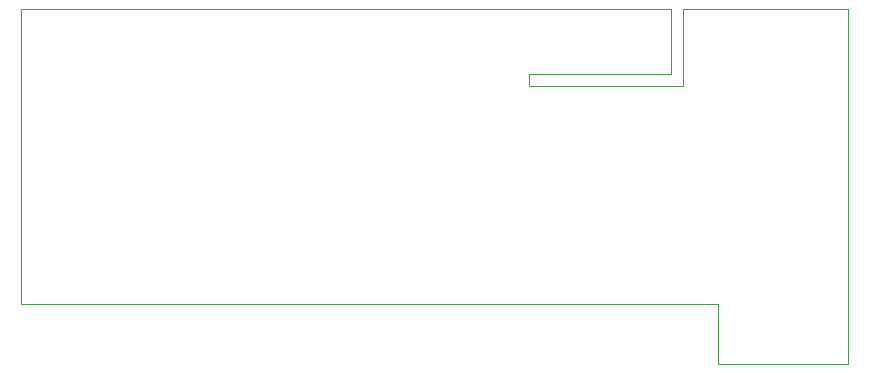
<source format=gm1>
G04*
G04 #@! TF.GenerationSoftware,Altium Limited,Altium Designer,25.8.1 (18)*
G04*
G04 Layer_Color=16711935*
%FSLAX44Y44*%
%MOMM*%
G71*
G04*
G04 #@! TF.SameCoordinates,CB7AE753-39BB-4508-A2AF-D9C63A25AC19*
G04*
G04*
G04 #@! TF.FilePolarity,Positive*
G04*
G01*
G75*
%ADD14C,0.1000*%
D14*
X210000Y250000D02*
X350000D01*
X210000Y185000D02*
Y250000D01*
X80000Y185000D02*
X210000D01*
X80000D02*
Y195000D01*
X200000D01*
Y250000D01*
X240000Y-50000D02*
Y0D01*
Y-50000D02*
X350000D01*
X-350000Y0D02*
X240000D01*
X350000Y-50000D02*
X350000Y250000D01*
X-350000D02*
X200000D01*
X-350000Y0D02*
Y250000D01*
M02*

</source>
